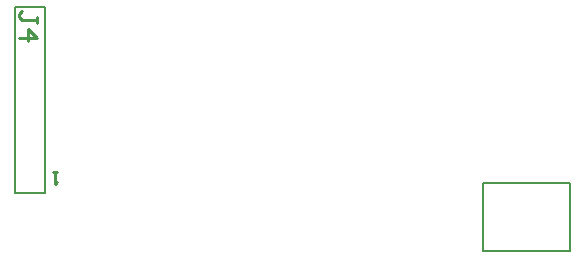
<source format=gbr>
G04*
G04 #@! TF.GenerationSoftware,Altium Limited,Altium Designer,26.2.0 (7)*
G04*
G04 Layer_Color=8388736*
%FSTAX25Y25*%
%MOIN*%
G70*
G04*
G04 #@! TF.SameCoordinates,DDC7E0C6-02D7-4959-A8D0-6A7BEAAAFFDF*
G04*
G04*
G04 #@! TF.FilePolarity,Positive*
G04*
G01*
G75*
%ADD10C,0.00787*%
%ADD14C,0.01000*%
D10*
X-0111151Y-0065207D02*
X-0108651D01*
X-0111151Y-0127207D02*
Y-0065207D01*
X-0103651D02*
X-0101151D01*
X-0108651D02*
X-0103651D01*
X-0111151Y-0127207D02*
X-0101151D01*
Y-0065207D01*
X004477Y-0146384D02*
Y-0123747D01*
Y-0146384D02*
X0073904D01*
Y-0123747D01*
X004477D02*
X0073904D01*
D14*
X-0097309Y-0120238D02*
X-0098621D01*
X-0097965D01*
Y-0124174D01*
X-0097309Y-0123518D01*
X-0103956Y-0070379D02*
Y-0068379D01*
Y-0069379D01*
X-0108955D01*
X-0109955Y-0068379D01*
Y-006738D01*
X-0108955Y-006638D01*
X-0109955Y-0075377D02*
X-0103956D01*
X-0106956Y-0072378D01*
Y-0076377D01*
M02*

</source>
